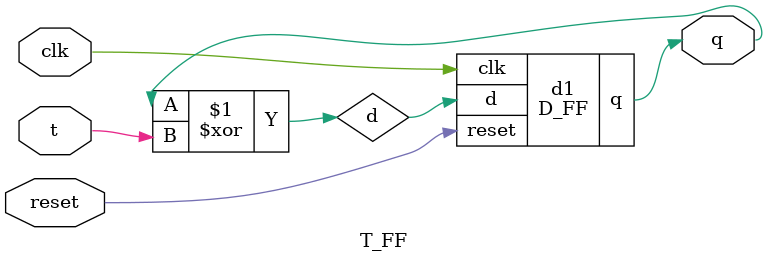
<source format=v>
module light_toggle(l, L, R, E, clk);
	input L, R, E, clk;
	output [5:0]l;
	wire reset;
	wire [2:0]light;
	wire [1:0]q;
	nor n1(reset, L, R);
	counter c(q, clk, reset);
	light_controller light_con(light, E, q, clk);
	and L1(l[0], light[0], L);
	and L2(l[1], light[1], L);
	and L3(l[2], light[2], L);
	and R1(l[3], light[0], R);
	and R2(l[4], light[1], R);
	and R3(l[5], light[2], R);
endmodule

module light_controller(l, E, q);
	input [2:0]q, E;
	output [2:0]l;
	wire l1;
	wire [2:0]nq;
	wire [4:0]out;
	not n0(nq[0], q[0]);
	not n1(nq[1], q[1]);
	not n2(nq[2], E);
	and a1(out[0], nq[2], q[1], nq[0]);
	and a2(out[1], nq[2], q[1], q[0]);
	and a3(out[2], E, nq[0], nq[1]);
	and a4(out[3], nq[2], nq[1], q[0]);
	or o1(l[1], out[0], out[1], out[2]);
	or o2(out[4], out[3], out[1], out[2]);
	or o3(l[0], l[1], out[4]);
	and a5(l[2], l[1], out[4]);
endmodule

module counter(q, clk, reset);
	input clk, reset;
	output [1:0]q;
	wire q0;
	T_FF t0(q[0], 1'b1, clk, reset);
	T_FF t1(q[1], q[0], clk, reset);
endmodule
	
module D_FF(q, d, clk, reset);
	output q;
	input d, clk, reset;
	reg q;
	always@(posedge reset or negedge clk)
	if(reset)
		q <= 1'b0;
	else
		q <= d;
endmodule

module T_FF(q, t, clk, reset);
	output q;
	input t, clk, reset;
	wire d;
	xor x1(d, q, t);
	D_FF d1(q, d, clk, reset);
endmodule

</source>
